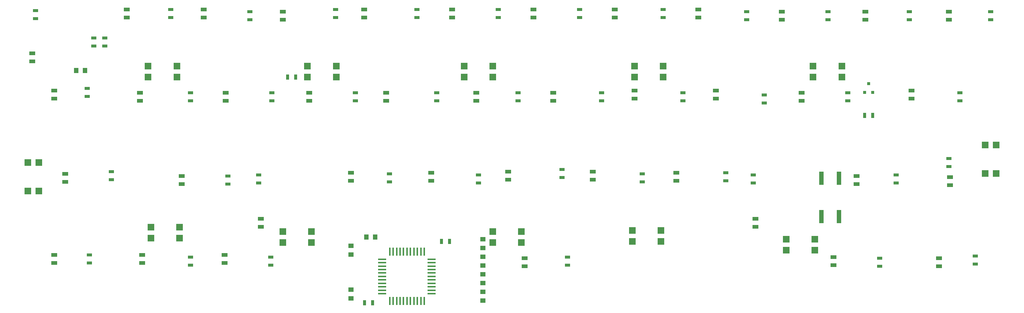
<source format=gbr>
G04 #@! TF.FileFunction,Paste,Bot*
%FSLAX46Y46*%
G04 Gerber Fmt 4.6, Leading zero omitted, Abs format (unit mm)*
G04 Created by KiCad (PCBNEW 4.0.1-stable) date 6/19/2016 12:02:01 AM*
%MOMM*%
G01*
G04 APERTURE LIST*
%ADD10C,0.100000*%
%ADD11R,1.250000X1.000000*%
%ADD12R,1.000000X1.250000*%
%ADD13R,1.397000X0.889000*%
%ADD14O,1.899920X0.406400*%
%ADD15O,0.406400X1.899920*%
%ADD16R,1.300000X0.700000*%
%ADD17R,0.700000X1.300000*%
%ADD18R,0.800100X0.800100*%
%ADD19R,1.524000X1.524000*%
%ADD20R,1.000000X3.100000*%
G04 APERTURE END LIST*
D10*
D11*
X141478000Y-108728000D03*
X141478000Y-110728000D03*
X141478000Y-114792000D03*
X141478000Y-112792000D03*
D12*
X116570000Y-104140000D03*
X114570000Y-104140000D03*
D11*
X110998000Y-118348000D03*
X110998000Y-116348000D03*
X141478000Y-118856000D03*
X141478000Y-116856000D03*
X110998000Y-108188000D03*
X110998000Y-106188000D03*
X141478000Y-104664000D03*
X141478000Y-106664000D03*
D12*
X49514000Y-65532000D03*
X47514000Y-65532000D03*
D13*
X37338000Y-61531500D03*
X37338000Y-63436500D03*
X59182000Y-51371500D03*
X59182000Y-53276500D03*
X76962000Y-51371500D03*
X76962000Y-53276500D03*
X95250000Y-51879500D03*
X95250000Y-53784500D03*
X114046000Y-51371500D03*
X114046000Y-53276500D03*
X134366000Y-51371500D03*
X134366000Y-53276500D03*
X153162000Y-51371500D03*
X153162000Y-53276500D03*
X171958000Y-51371500D03*
X171958000Y-53276500D03*
X191262000Y-51371500D03*
X191262000Y-53276500D03*
X210566000Y-51879500D03*
X210566000Y-53784500D03*
X229870000Y-51879500D03*
X229870000Y-53784500D03*
X42418000Y-70167500D03*
X42418000Y-72072500D03*
X62230000Y-70675500D03*
X62230000Y-72580500D03*
X82042000Y-70675500D03*
X82042000Y-72580500D03*
X101346000Y-70675500D03*
X101346000Y-72580500D03*
X119126000Y-70675500D03*
X119126000Y-72580500D03*
X139954000Y-70675500D03*
X139954000Y-72580500D03*
X157734000Y-70675500D03*
X157734000Y-72580500D03*
X176530000Y-70167500D03*
X176530000Y-72072500D03*
X195326000Y-70167500D03*
X195326000Y-72072500D03*
X215138000Y-70675500D03*
X215138000Y-72580500D03*
X240538000Y-70167500D03*
X240538000Y-72072500D03*
X44958000Y-89471500D03*
X44958000Y-91376500D03*
X71882000Y-89979500D03*
X71882000Y-91884500D03*
X90170000Y-101790500D03*
X90170000Y-99885500D03*
X110998000Y-89217500D03*
X110998000Y-91122500D03*
X129540000Y-89217500D03*
X129540000Y-91122500D03*
X147320000Y-88963500D03*
X147320000Y-90868500D03*
X166878000Y-88963500D03*
X166878000Y-90868500D03*
X186182000Y-89217500D03*
X186182000Y-91122500D03*
X204470000Y-101790500D03*
X204470000Y-99885500D03*
X227838000Y-89979500D03*
X227838000Y-91884500D03*
X249428000Y-90233500D03*
X249428000Y-92138500D03*
X42418000Y-108267500D03*
X42418000Y-110172500D03*
X62738000Y-108267500D03*
X62738000Y-110172500D03*
X81788000Y-108267500D03*
X81788000Y-110172500D03*
X151130000Y-109029500D03*
X151130000Y-110934500D03*
X222504000Y-108775500D03*
X222504000Y-110680500D03*
X246888000Y-109029500D03*
X246888000Y-110934500D03*
X249174000Y-51879500D03*
X249174000Y-53784500D03*
D14*
X118237000Y-113284000D03*
X118237000Y-112483900D03*
X118237000Y-111683800D03*
X118237000Y-110883700D03*
X118237000Y-110083600D03*
X118237000Y-109283500D03*
X118237000Y-114084100D03*
X118237000Y-114884200D03*
X118237000Y-115684300D03*
X118237000Y-116484400D03*
X118237000Y-117284500D03*
X129667000Y-113284000D03*
X129667000Y-112483900D03*
X129667000Y-111683800D03*
X129667000Y-110883700D03*
X129667000Y-110083600D03*
X129667000Y-109283500D03*
X129667000Y-114084100D03*
X129667000Y-114884200D03*
X129667000Y-115684300D03*
X129667000Y-116484400D03*
X129667000Y-117284500D03*
D15*
X123952000Y-107569000D03*
X123952000Y-118999000D03*
X124752100Y-107569000D03*
X124752100Y-118999000D03*
X125552200Y-118999000D03*
X125552200Y-107569000D03*
X126352300Y-107569000D03*
X126352300Y-118999000D03*
X127152400Y-118999000D03*
X127152400Y-107569000D03*
X127952500Y-107569000D03*
X127952500Y-118999000D03*
X123151900Y-118999000D03*
X123151900Y-107569000D03*
X122351800Y-107569000D03*
X122351800Y-118999000D03*
X121551700Y-118999000D03*
X121551700Y-107569000D03*
X120751600Y-107569000D03*
X120751600Y-118999000D03*
X119951500Y-118999000D03*
X119951500Y-107569000D03*
D16*
X69342000Y-53274000D03*
X69342000Y-51374000D03*
X107442000Y-53274000D03*
X107442000Y-51374000D03*
X126238000Y-53274000D03*
X126238000Y-51374000D03*
X145034000Y-53274000D03*
X145034000Y-51374000D03*
X163830000Y-53274000D03*
X163830000Y-51374000D03*
X183134000Y-53274000D03*
X183134000Y-51374000D03*
X202438000Y-53782000D03*
X202438000Y-51882000D03*
X221234000Y-53782000D03*
X221234000Y-51882000D03*
X240030000Y-53782000D03*
X240030000Y-51882000D03*
X258826000Y-53782000D03*
X258826000Y-51882000D03*
X50038000Y-69662000D03*
X50038000Y-71562000D03*
X38100000Y-53528000D03*
X38100000Y-51628000D03*
X87630000Y-53782000D03*
X87630000Y-51882000D03*
X73914000Y-72578000D03*
X73914000Y-70678000D03*
X92710000Y-72578000D03*
X92710000Y-70678000D03*
X112014000Y-72578000D03*
X112014000Y-70678000D03*
X130810000Y-72578000D03*
X130810000Y-70678000D03*
X149606000Y-72578000D03*
X149606000Y-70678000D03*
X168910000Y-72578000D03*
X168910000Y-70678000D03*
X187706000Y-72578000D03*
X187706000Y-70678000D03*
X206502000Y-73086000D03*
X206502000Y-71186000D03*
X225806000Y-72578000D03*
X225806000Y-70678000D03*
X251714000Y-72578000D03*
X251714000Y-70678000D03*
X55626000Y-88966000D03*
X55626000Y-90866000D03*
X82550000Y-91882000D03*
X82550000Y-89982000D03*
X89662000Y-91628000D03*
X89662000Y-89728000D03*
X119888000Y-91374000D03*
X119888000Y-89474000D03*
X140462000Y-91628000D03*
X140462000Y-89728000D03*
X159766000Y-90358000D03*
X159766000Y-88458000D03*
X178308000Y-91374000D03*
X178308000Y-89474000D03*
X197612000Y-91120000D03*
X197612000Y-89220000D03*
X203962000Y-91628000D03*
X203962000Y-89728000D03*
X236982000Y-91628000D03*
X236982000Y-89728000D03*
X249174000Y-87818000D03*
X249174000Y-85918000D03*
X50546000Y-108270000D03*
X50546000Y-110170000D03*
X73914000Y-110678000D03*
X73914000Y-108778000D03*
X92456000Y-110678000D03*
X92456000Y-108778000D03*
X161036000Y-110678000D03*
X161036000Y-108778000D03*
X233172000Y-110932000D03*
X233172000Y-109032000D03*
X255270000Y-110424000D03*
X255270000Y-108524000D03*
D17*
X98232000Y-67056000D03*
X96332000Y-67056000D03*
D18*
X231582000Y-70596760D03*
X229682000Y-70596760D03*
X230632000Y-68597780D03*
D16*
X54102000Y-59878000D03*
X54102000Y-57978000D03*
X51562000Y-59878000D03*
X51562000Y-57978000D03*
D17*
X116012000Y-119380000D03*
X114112000Y-119380000D03*
X229682000Y-75946000D03*
X231582000Y-75946000D03*
X133792000Y-105156000D03*
X131892000Y-105156000D03*
D19*
X100937000Y-64486000D03*
X100937000Y-67086000D03*
X107597000Y-67086000D03*
X107597000Y-64486000D03*
X64107000Y-64486000D03*
X64107000Y-67086000D03*
X70767000Y-67086000D03*
X70767000Y-64486000D03*
X137132000Y-64486000D03*
X137132000Y-67086000D03*
X143792000Y-67086000D03*
X143792000Y-64486000D03*
X176502000Y-64486000D03*
X176502000Y-67086000D03*
X183162000Y-67086000D03*
X183162000Y-64486000D03*
X217777000Y-64486000D03*
X217777000Y-67086000D03*
X224437000Y-67086000D03*
X224437000Y-64486000D03*
X257526000Y-89436000D03*
X260126000Y-89436000D03*
X260126000Y-82776000D03*
X257526000Y-82776000D03*
X211554000Y-104618000D03*
X211554000Y-107218000D03*
X218214000Y-107218000D03*
X218214000Y-104618000D03*
X175994000Y-102586000D03*
X175994000Y-105186000D03*
X182654000Y-105186000D03*
X182654000Y-102586000D03*
X143736000Y-102840000D03*
X143736000Y-105440000D03*
X150396000Y-105440000D03*
X150396000Y-102840000D03*
X95222000Y-102840000D03*
X95222000Y-105440000D03*
X101882000Y-105440000D03*
X101882000Y-102840000D03*
X64742000Y-101824000D03*
X64742000Y-104424000D03*
X71402000Y-104424000D03*
X71402000Y-101824000D03*
X36292000Y-93500000D03*
X38892000Y-93500000D03*
X38892000Y-86840000D03*
X36292000Y-86840000D03*
D20*
X223743500Y-99446000D03*
X219743000Y-90546000D03*
X223741000Y-90546000D03*
X219743000Y-99446000D03*
M02*

</source>
